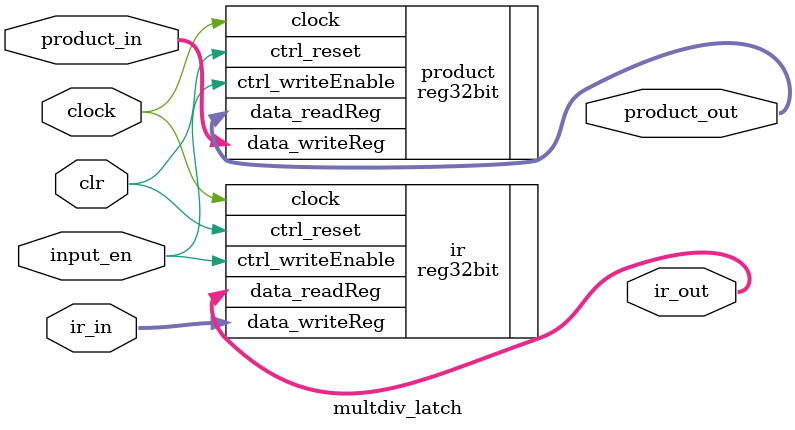
<source format=v>
module multdiv_latch(
    input [31:0] product_in, ir_in,
    input clock, input_en, clr,
    output [31:0] product_out, ir_out
);
reg32bit product (
    .clock(clock),
    .ctrl_writeEnable(input_en),
    .ctrl_reset(clr),
    .data_writeReg(product_in),
    .data_readReg(product_out)
);
reg32bit ir (
    .clock(clock),
    .ctrl_writeEnable(input_en),
    .ctrl_reset(clr),
    .data_writeReg(ir_in),
    .data_readReg(ir_out)
);
endmodule
</source>
